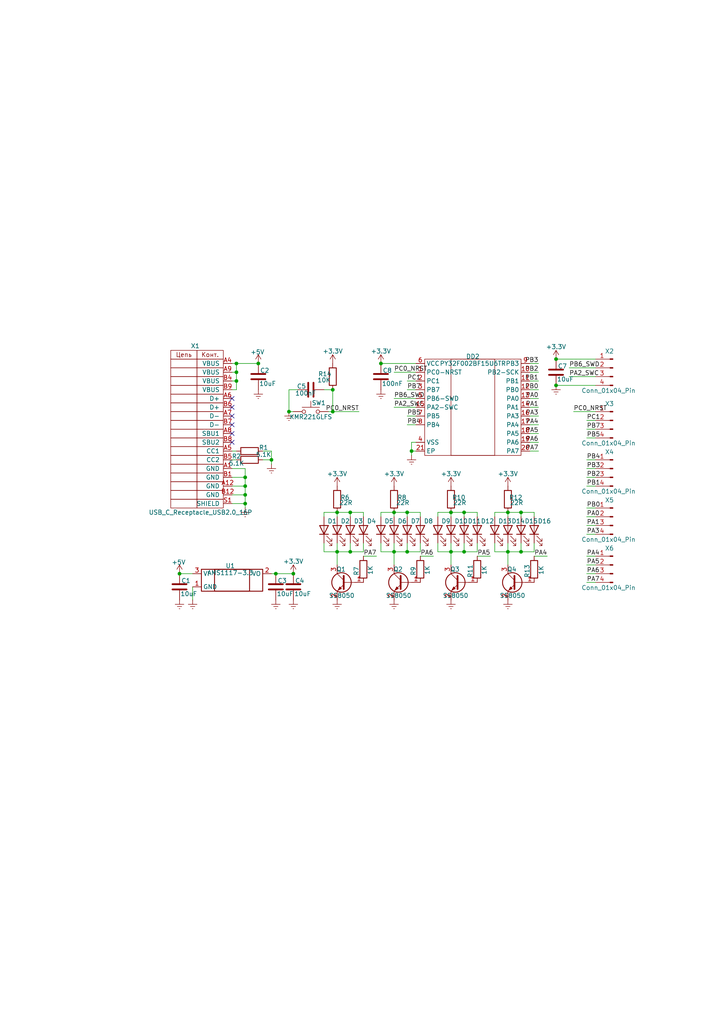
<source format=kicad_sch>
(kicad_sch (version 20250114) (generator "eeschema") (generator_version "9.0")
  (paper "A4" portrait)
  (lib_symbols
    (symbol "Connector:Conn_01x04_Pin" (pin_names (offset 1.016) (hide yes))
      (property "Reference" "J" (at 0 5.08 0))
      (property "Value" "Conn_01x04_Pin" (at 0 -7.62 0))
      (symbol "Conn_01x04_Pin_1_1"
        (rectangle (start 0.8636 2.667) (end 0 2.413) (stroke (width 0.1524)) (fill (type outline)))
        (rectangle (start 0.8636 0.127) (end 0 -0.127) (stroke (width 0.1524)) (fill (type outline)))
        (rectangle (start 0.8636 -2.413) (end 0 -2.667) (stroke (width 0.1524)) (fill (type outline)))
        (rectangle (start 0.8636 -4.953) (end 0 -5.207) (stroke (width 0.1524)) (fill (type outline)))
        (polyline (pts (xy 1.27 2.54) (xy 0.8636 2.54)) (stroke (width 0.1524)))
        (polyline (pts (xy 1.27 0) (xy 0.8636 0)) (stroke (width 0.1524)))
        (polyline (pts (xy 1.27 -2.54) (xy 0.8636 -2.54)) (stroke (width 0.1524)))
        (polyline (pts (xy 1.27 -5.08) (xy 0.8636 -5.08)) (stroke (width 0.1524)))
        (pin passive line (at 5.08 2.54 180) (length 3.81) (name "Pin_1") (number "1"))
        (pin passive line (at 5.08 0 180) (length 3.81) (name "Pin_2") (number "2"))
        (pin passive line (at 5.08 -2.54 180) (length 3.81) (name "Pin_3") (number "3"))
        (pin passive line (at 5.08 -5.08 180) (length 3.81) (name "Pin_4") (number "4"))
      )
    )
    (symbol "Device:C" (pin_numbers (hide yes)) (pin_names (offset 0.254))
      (property "Reference" "C" (at 0.635 2.54 0))
      (property "Value" "C" (at 0.635 -2.54 0))
      (symbol "C_0_1"
        (polyline (pts (xy -2.032 0.762) (xy 2.032 0.762)) (stroke (width 0.508)))
        (polyline (pts (xy -2.032 -0.762) (xy 2.032 -0.762)) (stroke (width 0.508)))
      )
      (symbol "C_1_1"
        (pin passive line (at 0 3.81 270) (length 2.794) (name "~") (number "1"))
        (pin passive line (at 0 -3.81 90) (length 2.794) (name "~") (number "2"))
      )
    )
    (symbol "Device:LED" (pin_numbers (hide yes)) (pin_names (offset 1.016) (hide yes))
      (property "Reference" "D" (at 0 2.54 0))
      (property "Value" "LED" (at 0 -2.54 0))
      (symbol "LED_0_1"
        (polyline (pts (xy -3.048 -0.762) (xy -4.572 -2.286) (xy -3.81 -2.286) (xy -4.572 -2.286) (xy -4.572 -1.524)))
        (polyline (pts (xy -1.778 -0.762) (xy -3.302 -2.286) (xy -2.54 -2.286) (xy -3.302 -2.286) (xy -3.302 -1.524)))
        (polyline (pts (xy -1.27 0) (xy 1.27 0)))
        (polyline (pts (xy -1.27 -1.27) (xy -1.27 1.27)) (stroke (width 0.254)))
        (polyline (pts (xy 1.27 -1.27) (xy 1.27 1.27) (xy -1.27 0) (xy 1.27 -1.27)) (stroke (width 0.254)))
      )
      (symbol "LED_1_1"
        (pin passive line (at -3.81 0 0) (length 2.54) (name "K") (number "1"))
        (pin passive line (at 3.81 0 180) (length 2.54) (name "A") (number "2"))
      )
    )
    (symbol "Device:R" (pin_numbers (hide yes)) (pin_names (offset 0))
      (property "Reference" "R" (at 2.032 0 90))
      (property "Value" "R" (at 0 0 90))
      (symbol "R_0_1"
        (rectangle (start -1.016 -2.54) (end 1.016 2.54) (stroke (width 0.254)))
      )
      (symbol "R_1_1"
        (pin passive line (at 0 3.81 270) (length 1.27) (name "~") (number "1"))
        (pin passive line (at 0 -3.81 90) (length 1.27) (name "~") (number "2"))
      )
    )
    (symbol "PY32F002BF15U6TR:PY32F002BF15U6TR"
      (property "Reference" "DD" (at -0.508 13.97 0))
      (property "Value" "PY32F002BF15U6TR" (at 1.016 11.176 0))
      (symbol "PY32F002BF15U6TR_1_0"
        (rectangle (start -12.7 12.7) (end 15.24 -15.24))
        (rectangle (start -5.08 12.7) (end 7.62 -15.24))
        (pin unspecified line (at -15.24 11.43 0) (length 2.54) (name "VCC") (number "6"))
        (pin unspecified line (at -15.24 8.89 0) (length 2.54) (name "PC0-NRST") (number "1"))
        (pin unspecified line (at -15.24 6.35 0) (length 2.54) (name "PC1") (number "2"))
        (pin unspecified line (at -15.24 3.81 0) (length 2.54) (name "PB7") (number "3"))
        (pin unspecified line (at -15.24 1.27 0) (length 2.54) (name "PB6-SWD") (number "5"))
        (pin unspecified line (at -15.24 -1.27 0) (length 2.54) (name "PA2-SWC") (number "15"))
        (pin unspecified line (at -15.24 -3.81 0) (length 2.54) (name "PB5") (number "7"))
        (pin unspecified line (at -15.24 -6.35 0) (length 2.54) (name "PB4") (number "8"))
        (pin unspecified line (at -15.24 -11.43 0) (length 2.54) (name "VSS") (number "4"))
        (pin unspecified line (at -15.24 -13.97 0) (length 2.54) (name "EP") (number "21"))
        (pin unspecified line (at 17.78 11.43 180) (length 2.54) (name "PB3") (number "9"))
        (pin unspecified line (at 17.78 8.89 180) (length 2.54) (name "PB2-SCK") (number "10"))
        (pin unspecified line (at 17.78 6.35 180) (length 2.54) (name "PB1") (number "11"))
        (pin unspecified line (at 17.78 3.81 180) (length 2.54) (name "PB0") (number "12"))
        (pin unspecified line (at 17.78 1.27 180) (length 2.54) (name "PA0") (number "13"))
        (pin unspecified line (at 17.78 -1.27 180) (length 2.54) (name "PA1") (number "14"))
        (pin unspecified line (at 17.78 -3.81 180) (length 2.54) (name "PA3") (number "16"))
        (pin unspecified line (at 17.78 -6.35 180) (length 2.54) (name "PA4") (number "17"))
        (pin unspecified line (at 17.78 -8.89 180) (length 2.54) (name "PA5") (number "18"))
        (pin unspecified line (at 17.78 -11.43 180) (length 2.54) (name "PA6") (number "19"))
        (pin unspecified line (at 17.78 -13.97 180) (length 2.54) (name "PA7") (number "20"))
      )
    )
    (symbol "Regulator_Linear:AMS1117-3.3"
      (property "Reference" "U2" (at 0.762 3.556 0))
      (property "Value" "AMS1117-3.3" (at 0.762 1.524 0))
      (symbol "AMS1117-3.3_0_1"
        (rectangle (start -7.62 2.54) (end 10.16 -3.81) (stroke (width 0.254)))
        (rectangle (start -3.81 2.54) (end 6.35 -3.81) (stroke (width 0.254)))
      )
      (symbol "AMS1117-3.3_1_1"
        (pin power_in line (at -10.16 1.27 0) (length 2.54) (name "VI") (number "3"))
        (pin power_in line (at -10.16 -2.54 0) (length 2.54) (name "GND") (number "1"))
        (pin power_out line (at 12.7 1.27 180) (length 2.54) (name "VO") (number "2"))
      )
    )
    (symbol "Switch:SW_Push" (pin_numbers (hide yes)) (pin_names (offset 1.016) (hide yes))
      (property "Reference" "SW" (at 1.27 2.54 0))
      (property "Value" "SW_Push" (at 0 -1.524 0))
      (symbol "SW_Push_0_1"
        (circle (center -2.032 0) (radius 0.508))
        (polyline (pts (xy 0 1.27) (xy 0 3.048)))
        (circle (center 2.032 0) (radius 0.508))
        (polyline (pts (xy 2.54 1.27) (xy -2.54 1.27)))
        (pin passive line (at -5.08 0 0) (length 2.54) (name "1") (number "1"))
        (pin passive line (at 5.08 0 180) (length 2.54) (name "2") (number "2"))
      )
    )
    (symbol "Transistor_BJT:SS8050" (pin_names (offset 0) (hide yes))
      (property "Reference" "Q" (at 5.08 1.905 0))
      (property "Value" "SS8050" (at 5.08 0 0))
      (symbol "SS8050_0_1"
        (polyline (pts (xy -2.54 0) (xy 0.635 0)))
        (polyline (pts (xy 0.635 1.905) (xy 0.635 -1.905)) (stroke (width 0.508)))
        (circle (center 1.27 0) (radius 2.8194) (stroke (width 0.254)))
      )
      (symbol "SS8050_1_1"
        (polyline (pts (xy 0.635 0.635) (xy 2.54 2.54)))
        (polyline (pts (xy 0.635 -0.635) (xy 2.54 -2.54)))
        (polyline (pts (xy 1.27 -1.778) (xy 1.778 -1.27) (xy 2.286 -2.286) (xy 1.27 -1.778)) (fill (type outline)))
        (pin input line (at -5.08 0 0) (length 2.54) (name "B") (number "1"))
        (pin passive line (at 2.54 5.08 270) (length 2.54) (name "C") (number "3"))
        (pin passive line (at 2.54 -5.08 90) (length 2.54) (name "E") (number "2"))
      )
    )
    (symbol "USB_C_Receptacle_USB2.0_16P_1" (pin_names (offset 1.016))
      (property "Reference" "X2" (at 2.032 20.32 0))
      (property "Value" "USB_C_Receptacle_USB2.0_16P" (at 3.556 -27.94 0))
      (symbol "USB_C_Receptacle_USB2.0_16P_1_0_1"
        (rectangle (start -5.08 19.05) (end 2.54 16.51))
        (rectangle (start -5.08 16.51) (end 2.54 13.97))
        (rectangle (start -5.08 13.97) (end 2.54 11.43))
        (rectangle (start -5.08 11.43) (end 2.54 8.89))
        (rectangle (start -5.08 8.89) (end 2.54 6.35))
        (rectangle (start -5.08 6.35) (end 2.54 3.81))
        (rectangle (start -5.08 3.81) (end 2.54 1.27))
        (rectangle (start -5.08 1.27) (end 2.54 -1.27))
        (rectangle (start -5.08 -1.27) (end 2.54 -3.81))
        (rectangle (start -5.08 -3.81) (end 2.54 -6.35))
        (rectangle (start -5.08 -6.35) (end 2.54 -8.89))
        (rectangle (start -5.08 -8.89) (end 2.54 -11.43))
        (rectangle (start -5.08 -11.43) (end 2.54 -13.97))
        (rectangle (start -5.08 -13.97) (end 2.54 -16.51))
        (rectangle (start -5.08 -16.51) (end 2.54 -19.05))
        (rectangle (start -5.08 -19.05) (end 2.54 -21.59))
        (rectangle (start -5.08 -21.59) (end 2.54 -24.13))
        (rectangle (start -5.08 -24.13) (end 2.54 -26.67))
        (rectangle (start 2.54 19.05) (end 10.16 16.51))
        (rectangle (start 2.54 16.51) (end 10.16 13.97))
        (rectangle (start 2.54 13.97) (end 10.16 11.43))
        (rectangle (start 2.54 11.43) (end 10.16 8.89))
        (rectangle (start 2.54 8.89) (end 10.16 6.35))
        (rectangle (start 2.54 6.35) (end 10.16 3.81))
        (rectangle (start 2.54 3.81) (end 10.16 1.27))
        (rectangle (start 2.54 1.27) (end 10.16 -1.27))
        (rectangle (start 2.54 -1.27) (end 10.16 -3.81))
        (rectangle (start 2.54 -3.81) (end 10.16 -6.35))
        (rectangle (start 2.54 -6.35) (end 10.16 -8.89))
        (rectangle (start 2.54 -8.89) (end 10.16 -11.43))
        (rectangle (start 2.54 -11.43) (end 10.16 -13.97))
        (rectangle (start 2.54 -13.97) (end 10.16 -16.51))
        (rectangle (start 2.54 -16.51) (end 10.16 -19.05))
        (rectangle (start 2.54 -19.05) (end 10.16 -21.59))
        (rectangle (start 2.54 -21.59) (end 10.16 -24.13))
        (rectangle (start 2.54 -24.13) (end 10.16 -26.67))
      )
      (symbol "USB_C_Receptacle_USB2.0_16P_1_1_1"
        (text "Цепь" (at -1.27 17.78 0) (effects (font (size 1.27 1.27))))
        (text "Конт." (at 6.35 17.78 0) (effects (font (size 1.27 1.27))))
        (pin passive line (at 12.7 15.24 180) (length 2.54) (name "VBUS") (number "A4"))
        (pin passive line (at 12.7 12.7 180) (length 2.54) (name "VBUS") (number "A9"))
        (pin passive line (at 12.7 10.16 180) (length 2.54) (name "VBUS") (number "B4"))
        (pin passive line (at 12.7 7.62 180) (length 2.54) (name "VBUS") (number "B9"))
        (pin bidirectional line (at 12.7 5.08 180) (length 2.54) (name "D+") (number "A6"))
        (pin bidirectional line (at 12.7 2.54 180) (length 2.54) (name "D+") (number "B6"))
        (pin bidirectional line (at 12.7 0 180) (length 2.54) (name "D-") (number "A7"))
        (pin bidirectional line (at 12.7 -2.54 180) (length 2.54) (name "D-") (number "B7"))
        (pin bidirectional line (at 12.7 -5.08 180) (length 2.54) (name "SBU1") (number "A8"))
        (pin bidirectional line (at 12.7 -7.62 180) (length 2.54) (name "SBU2") (number "B8"))
        (pin bidirectional line (at 12.7 -10.16 180) (length 2.54) (name "CC1") (number "A5"))
        (pin bidirectional line (at 12.7 -12.7 180) (length 2.54) (name "CC2") (number "B5"))
        (pin input line (at 12.7 -15.24 180) (length 2.54) (name "GND") (number "A1"))
        (pin input line (at 12.7 -17.78 180) (length 2.54) (name "GND") (number "B1"))
        (pin input line (at 12.7 -20.32 180) (length 2.54) (name "GND") (number "A12"))
        (pin input line (at 12.7 -22.86 180) (length 2.54) (name "GND") (number "B12"))
        (pin passive line (at 12.7 -25.4 180) (length 2.54) (name "SHIELD") (number "S1"))
      )
    )
    (symbol "power:+3.3V" (power) (pin_numbers (hide yes)) (pin_names (offset 0) (hide yes))
      (property "Value" "+3.3V" (at 0 3.556 0))
      (symbol "+3.3V_0_1"
        (polyline (pts (xy -0.762 1.27) (xy 0 2.54)))
        (polyline (pts (xy 0 2.54) (xy 0.762 1.27)))
        (polyline (pts (xy 0 0) (xy 0 2.54)))
      )
      (symbol "+3.3V_1_1"
        (pin power_in line (at 0 0 90) (length 0) (name "~") (number "1"))
      )
    )
    (symbol "power:Earth" (power) (pin_numbers (hide yes)) (pin_names (offset 0) (hide yes))
      (property "Value" "Earth" (at 0 -3.81 0))
      (symbol "Earth_0_1"
        (polyline (pts (xy -0.635 -1.905) (xy 0.635 -1.905)))
        (polyline (pts (xy -0.127 -2.54) (xy 0.127 -2.54)))
        (polyline (pts (xy 0 -1.27) (xy 0 0)))
        (polyline (pts (xy 1.27 -1.27) (xy -1.27 -1.27)))
      )
      (symbol "Earth_1_1"
        (pin power_in line (at 0 0 270) (length 0) (name "~") (number "1"))
      )
    )
  )
  (junction (at 52.07 166.37))
  (junction (at 97.79 148.59))
  (junction (at 80.01 166.37))
  (junction (at 147.32 148.59))
  (junction (at 161.29 104.14))
  (junction (at 96.52 119.38))
  (junction (at 114.3 160.02))
  (junction (at 130.81 160.02))
  (junction (at 118.11 160.02))
  (junction (at 151.13 160.02))
  (junction (at 101.6 160.02))
  (junction (at 68.58 110.49))
  (junction (at 71.12 146.05))
  (junction (at 71.12 143.51))
  (junction (at 130.81 148.59))
  (junction (at 83.82 119.38))
  (junction (at 68.58 105.41))
  (junction (at 119.38 130.81))
  (junction (at 71.12 138.43))
  (junction (at 110.49 105.41))
  (junction (at 134.62 160.02))
  (junction (at 134.62 148.59))
  (junction (at 96.52 113.03))
  (junction (at 151.13 148.59))
  (junction (at 161.29 111.76))
  (junction (at 71.12 140.97))
  (junction (at 85.09 166.37))
  (junction (at 74.93 105.41))
  (junction (at 68.58 107.95))
  (junction (at 101.6 148.59))
  (junction (at 97.79 160.02))
  (junction (at 78.74 133.35))
  (junction (at 118.11 148.59))
  (junction (at 147.32 160.02))
  (junction (at 114.3 148.59))
  (no_connect (at 67.31 118.11))
  (no_connect (at 67.31 128.27))
  (no_connect (at 67.31 125.73))
  (no_connect (at 67.31 115.57))
  (no_connect (at 67.31 123.19))
  (no_connect (at 67.31 120.65))
  (wire (pts (xy 147.32 148.59) (xy 147.32 149.86)))
  (wire (pts (xy 154.94 160.02) (xy 151.13 160.02)))
  (wire (pts (xy 154.94 161.29) (xy 158.75 161.29)))
  (wire (pts (xy 83.82 113.03) (xy 83.82 119.38)))
  (wire (pts (xy 96.52 113.03) (xy 96.52 119.38)))
  (wire (pts (xy 71.12 138.43) (xy 71.12 140.97)))
  (wire (pts (xy 67.31 138.43) (xy 71.12 138.43)))
  (wire (pts (xy 104.14 119.38) (xy 96.52 119.38)))
  (wire (pts (xy 105.41 160.02) (xy 101.6 160.02)))
  (wire (pts (xy 165.1 109.22) (xy 172.72 109.22)))
  (wire (pts (xy 156.21 128.27) (xy 153.67 128.27)))
  (wire (pts (xy 156.21 113.03) (xy 153.67 113.03)))
  (wire (pts (xy 71.12 140.97) (xy 71.12 143.51)))
  (wire (pts (xy 138.43 148.59) (xy 134.62 148.59)))
  (wire (pts (xy 114.3 148.59) (xy 118.11 148.59)))
  (wire (pts (xy 78.74 130.81) (xy 76.2 130.81)))
  (wire (pts (xy 67.31 140.97) (xy 71.12 140.97)))
  (wire (pts (xy 71.12 135.89) (xy 71.12 138.43)))
  (wire (pts (xy 97.79 148.59) (xy 97.79 149.86)))
  (wire (pts (xy 110.49 149.86) (xy 110.49 148.59)))
  (wire (pts (xy 93.98 113.03) (xy 96.52 113.03)))
  (wire (pts (xy 67.31 105.41) (xy 68.58 105.41)))
  (wire (pts (xy 67.31 135.89) (xy 71.12 135.89)))
  (wire (pts (xy 101.6 149.86) (xy 101.6 148.59)))
  (wire (pts (xy 114.3 115.57) (xy 120.65 115.57)))
  (wire (pts (xy 170.18 140.97) (xy 172.72 140.97)))
  (wire (pts (xy 96.52 119.38) (xy 95.25 119.38)))
  (wire (pts (xy 156.21 125.73) (xy 153.67 125.73)))
  (wire (pts (xy 114.3 160.02) (xy 118.11 160.02)))
  (wire (pts (xy 147.32 160.02) (xy 147.32 163.83)))
  (wire (pts (xy 121.92 161.29) (xy 125.73 161.29)))
  (wire (pts (xy 97.79 160.02) (xy 97.79 163.83)))
  (wire (pts (xy 121.92 160.02) (xy 118.11 160.02)))
  (wire (pts (xy 119.38 130.81) (xy 120.65 130.81)))
  (wire (pts (xy 161.29 111.76) (xy 172.72 111.76)))
  (wire (pts (xy 130.81 157.48) (xy 130.81 160.02)))
  (wire (pts (xy 170.18 152.4) (xy 172.72 152.4)))
  (wire (pts (xy 156.21 105.41) (xy 153.67 105.41)))
  (wire (pts (xy 78.74 134.62) (xy 78.74 133.35)))
  (wire (pts (xy 154.94 148.59) (xy 151.13 148.59)))
  (wire (pts (xy 154.94 149.86) (xy 154.94 148.59)))
  (wire (pts (xy 170.18 166.37) (xy 172.72 166.37)))
  (wire (pts (xy 147.32 160.02) (xy 151.13 160.02)))
  (wire (pts (xy 68.58 107.95) (xy 68.58 105.41)))
  (wire (pts (xy 130.81 148.59) (xy 130.81 149.86)))
  (wire (pts (xy 68.58 105.41) (xy 74.93 105.41)))
  (wire (pts (xy 67.31 146.05) (xy 71.12 146.05)))
  (wire (pts (xy 166.37 119.38) (xy 172.72 119.38)))
  (wire (pts (xy 170.18 147.32) (xy 172.72 147.32)))
  (wire (pts (xy 114.3 148.59) (xy 114.3 149.86)))
  (wire (pts (xy 110.49 148.59) (xy 114.3 148.59)))
  (wire (pts (xy 127 148.59) (xy 130.81 148.59)))
  (wire (pts (xy 105.41 157.48) (xy 105.41 160.02)))
  (wire (pts (xy 55.88 170.18) (xy 55.88 173.99)))
  (wire (pts (xy 143.51 149.86) (xy 143.51 148.59)))
  (wire (pts (xy 138.43 157.48) (xy 138.43 160.02)))
  (wire (pts (xy 156.21 107.95) (xy 153.67 107.95)))
  (wire (pts (xy 118.11 123.19) (xy 120.65 123.19)))
  (wire (pts (xy 138.43 160.02) (xy 134.62 160.02)))
  (wire (pts (xy 80.01 166.37) (xy 78.74 166.37)))
  (wire (pts (xy 121.92 148.59) (xy 118.11 148.59)))
  (wire (pts (xy 93.98 157.48) (xy 93.98 160.02)))
  (wire (pts (xy 114.3 160.02) (xy 114.3 163.83)))
  (wire (pts (xy 138.43 149.86) (xy 138.43 148.59)))
  (wire (pts (xy 52.07 166.37) (xy 55.88 166.37)))
  (wire (pts (xy 170.18 135.89) (xy 172.72 135.89)))
  (wire (pts (xy 71.12 146.05) (xy 71.12 147.32)))
  (wire (pts (xy 114.3 118.11) (xy 120.65 118.11)))
  (wire (pts (xy 93.98 160.02) (xy 97.79 160.02)))
  (wire (pts (xy 119.38 132.08) (xy 119.38 130.81)))
  (wire (pts (xy 151.13 157.48) (xy 151.13 160.02)))
  (wire (pts (xy 114.3 157.48) (xy 114.3 160.02)))
  (wire (pts (xy 143.51 157.48) (xy 143.51 160.02)))
  (wire (pts (xy 80.01 166.37) (xy 85.09 166.37)))
  (wire (pts (xy 68.58 113.03) (xy 68.58 110.49)))
  (wire (pts (xy 170.18 138.43) (xy 172.72 138.43)))
  (wire (pts (xy 127 157.48) (xy 127 160.02)))
  (wire (pts (xy 118.11 110.49) (xy 120.65 110.49)))
  (wire (pts (xy 67.31 143.51) (xy 71.12 143.51)))
  (wire (pts (xy 170.18 161.29) (xy 172.72 161.29)))
  (wire (pts (xy 105.41 161.29) (xy 109.22 161.29)))
  (wire (pts (xy 105.41 148.59) (xy 101.6 148.59)))
  (wire (pts (xy 110.49 105.41) (xy 120.65 105.41)))
  (wire (pts (xy 147.32 157.48) (xy 147.32 160.02)))
  (wire (pts (xy 78.74 133.35) (xy 78.74 130.81)))
  (wire (pts (xy 86.36 113.03) (xy 83.82 113.03)))
  (wire (pts (xy 151.13 149.86) (xy 151.13 148.59)))
  (wire (pts (xy 156.21 118.11) (xy 153.67 118.11)))
  (wire (pts (xy 156.21 115.57) (xy 153.67 115.57)))
  (wire (pts (xy 97.79 157.48) (xy 97.79 160.02)))
  (wire (pts (xy 67.31 113.03) (xy 68.58 113.03)))
  (wire (pts (xy 165.1 106.68) (xy 172.72 106.68)))
  (wire (pts (xy 156.21 123.19) (xy 153.67 123.19)))
  (wire (pts (xy 121.92 149.86) (xy 121.92 148.59)))
  (wire (pts (xy 121.92 157.48) (xy 121.92 160.02)))
  (wire (pts (xy 68.58 133.35) (xy 67.31 133.35)))
  (wire (pts (xy 83.82 119.38) (xy 85.09 119.38)))
  (wire (pts (xy 130.81 148.59) (xy 134.62 148.59)))
  (wire (pts (xy 119.38 128.27) (xy 120.65 128.27)))
  (wire (pts (xy 147.32 148.59) (xy 151.13 148.59)))
  (wire (pts (xy 143.51 148.59) (xy 147.32 148.59)))
  (wire (pts (xy 134.62 157.48) (xy 134.62 160.02)))
  (wire (pts (xy 170.18 133.35) (xy 172.72 133.35)))
  (wire (pts (xy 118.11 113.03) (xy 120.65 113.03)))
  (wire (pts (xy 154.94 157.48) (xy 154.94 160.02)))
  (wire (pts (xy 170.18 124.46) (xy 172.72 124.46)))
  (wire (pts (xy 93.98 149.86) (xy 93.98 148.59)))
  (wire (pts (xy 156.21 110.49) (xy 153.67 110.49)))
  (wire (pts (xy 170.18 154.94) (xy 172.72 154.94)))
  (wire (pts (xy 93.98 148.59) (xy 97.79 148.59)))
  (wire (pts (xy 105.41 149.86) (xy 105.41 148.59)))
  (wire (pts (xy 127 149.86) (xy 127 148.59)))
  (wire (pts (xy 76.2 133.35) (xy 78.74 133.35)))
  (wire (pts (xy 114.3 107.95) (xy 120.65 107.95)))
  (wire (pts (xy 68.58 130.81) (xy 67.31 130.81)))
  (wire (pts (xy 97.79 160.02) (xy 101.6 160.02)))
  (wire (pts (xy 118.11 149.86) (xy 118.11 148.59)))
  (wire (pts (xy 67.31 110.49) (xy 68.58 110.49)))
  (wire (pts (xy 110.49 160.02) (xy 114.3 160.02)))
  (wire (pts (xy 97.79 148.59) (xy 101.6 148.59)))
  (wire (pts (xy 170.18 168.91) (xy 172.72 168.91)))
  (wire (pts (xy 71.12 143.51) (xy 71.12 146.05)))
  (wire (pts (xy 118.11 157.48) (xy 118.11 160.02)))
  (wire (pts (xy 134.62 149.86) (xy 134.62 148.59)))
  (wire (pts (xy 119.38 130.81) (xy 119.38 128.27)))
  (wire (pts (xy 118.11 120.65) (xy 120.65 120.65)))
  (wire (pts (xy 156.21 130.81) (xy 153.67 130.81)))
  (wire (pts (xy 161.29 104.14) (xy 172.72 104.14)))
  (wire (pts (xy 156.21 120.65) (xy 153.67 120.65)))
  (wire (pts (xy 67.31 107.95) (xy 68.58 107.95)))
  (wire (pts (xy 68.58 110.49) (xy 68.58 107.95)))
  (wire (pts (xy 127 160.02) (xy 130.81 160.02)))
  (wire (pts (xy 138.43 161.29) (xy 142.24 161.29)))
  (wire (pts (xy 170.18 149.86) (xy 172.72 149.86)))
  (wire (pts (xy 170.18 163.83) (xy 172.72 163.83)))
  (wire (pts (xy 101.6 157.48) (xy 101.6 160.02)))
  (wire (pts (xy 110.49 157.48) (xy 110.49 160.02)))
  (wire (pts (xy 130.81 160.02) (xy 130.81 163.83)))
  (wire (pts (xy 130.81 160.02) (xy 134.62 160.02)))
  (wire (pts (xy 170.18 127) (xy 172.72 127)))
  (wire (pts (xy 170.18 121.92) (xy 172.72 121.92)))
  (wire (pts (xy 143.51 160.02) (xy 147.32 160.02)))
  (label "PB0" (at 156.21 113.03 180))
  (label "PB3" (at 156.21 105.41 180))
  (label "PA3" (at 156.21 120.65 180))
  (label "PB2" (at 170.18 138.43 0))
  (label "PA5" (at 156.21 125.73 180))
  (label "PA4" (at 156.21 123.19 180))
  (label "PC0_NRST" (at 166.37 119.38 0))
  (label "PA7" (at 109.22 161.29 180))
  (label "PB5" (at 170.18 127 0))
  (label "PA4" (at 170.18 161.29 0))
  (label "PA5" (at 170.18 163.83 0))
  (label "PB4" (at 170.18 133.35 0))
  (label "PA0" (at 170.18 149.86 0))
  (label "PA7" (at 170.18 168.91 0))
  (label "PA2_SWC" (at 114.3 118.11 0))
  (label "PB0" (at 170.18 147.32 0))
  (label "PB4" (at 118.11 123.19 0))
  (label "PС1" (at 170.18 121.92 0))
  (label "PB2" (at 156.21 107.95 180))
  (label "PB3" (at 170.18 135.89 0))
  (label "PA3" (at 170.18 154.94 0))
  (label "PA6" (at 156.21 128.27 180))
  (label "PA0" (at 156.21 115.57 180))
  (label "PA1" (at 170.18 152.4 0))
  (label "PA6" (at 170.18 166.37 0))
  (label "PC0_NRST" (at 114.3 107.95 0))
  (label "PA2_SWC" (at 165.1 109.22 0))
  (label "PA5" (at 142.24 161.29 180))
  (label "PA1" (at 156.21 118.11 180))
  (label "PС1" (at 118.11 110.49 0))
  (label "PC0_NRST" (at 104.14 119.38 180))
  (label "PB1" (at 156.21 110.49 180))
  (label "PB7" (at 118.11 113.03 0))
  (label "PA6" (at 125.73 161.29 180))
  (label "PB1" (at 170.18 140.97 0))
  (label "PA7" (at 156.21 130.81 180))
  (label "PA4" (at 158.75 161.29 180))
  (label "PB6_SWD" (at 114.3 115.57 0))
  (label "PB5" (at 118.11 120.65 0))
  (label "PB7" (at 170.18 124.46 0))
  (label "PB6_SWD" (at 165.1 106.68 0))
  (symbol (lib_id "power:+3.3V") (at 85.09 166.37 0) (unit 1)
    (property "Reference" "#PWR010" (effects (hide yes)))
    (property "Value" "+3.3V" (at 85.09 162.814 0))
    (property "Description" "Power symbol creates a global label with name \"+3.3V\"" (effects (hide yes)))
  )
  (symbol (lib_id "Device:C") (at 80.01 170.18 0) (unit 1)
    (property "Reference" "C3" (at 80.518 168.402 0) (effects (justify left)))
    (property "Value" "10uF" (at 80.264 172.212 0) (effects (justify left)))
    (property "Footprint" "Capacitor_SMD:C_0402_1005Metric" (effects (hide yes)))
    (property "Description" "Unpolarized capacitor" (effects (hide yes)))
  )
  (symbol (lib_id "Device:R") (at 114.3 144.78 0) (unit 1)
    (property "Reference" "R8" (at 116.586 144.272 0))
    (property "Value" "22R" (at 116.84 145.796 0))
    (property "Footprint" "PCM_Resistor_SMD_AKL:R_0603_1608Metric" (effects (hide yes)))
    (property "Description" "Resistor" (effects (hide yes)))
  )
  (symbol (lib_id "Switch:SW_Push") (at 90.17 119.38 0) (unit 1)
    (property "Reference" "SW1" (at 92.456 116.84 0))
    (property "Value" "KMR221GLFS" (at 90.17 120.904 0))
    (property "Footprint" "Button_Switch_SMD:SW_SPST_PTS810" (effects (hide yes)))
    (property "Description" "Push button switch, generic, two pins" (effects (hide yes)))
  )
  (symbol (lib_id "Device:LED") (at 118.11 153.67 90) (unit 1)
    (property "Reference" "D7" (at 119.126 151.13 90) (effects (justify right)))
    (property "Value" "LED 0402" (effects (hide yes)))
    (property "Footprint" "LED_SMD:LED_0402_1005Metric" (effects (hide yes)))
    (property "Description" "Light emitting diode" (effects (hide yes)))
    (property "Sim.Pins" "1=K 2=A" (effects (hide yes)))
  )
  (symbol (lib_id "Device:LED") (at 105.41 153.67 90) (unit 1)
    (property "Reference" "D4" (at 106.426 151.13 90) (effects (justify right)))
    (property "Value" "LED 0402" (effects (hide yes)))
    (property "Footprint" "LED_SMD:LED_0402_1005Metric" (effects (hide yes)))
    (property "Description" "Light emitting diode" (effects (hide yes)))
    (property "Sim.Pins" "1=K 2=A" (effects (hide yes)))
  )
  (symbol (lib_id "power:+3.3V") (at 52.07 166.37 0) (unit 1)
    (property "Reference" "#PWR01" (effects (hide yes)))
    (property "Value" "+5V" (at 51.816 163.068 0))
    (property "Description" "Power symbol creates a global label with name \"+3.3V\"" (effects (hide yes)))
  )
  (symbol (lib_id "power:+3.3V") (at 147.32 140.97 0) (unit 1)
    (property "Reference" "#PWR021" (effects (hide yes)))
    (property "Value" "+3.3V" (at 147.32 137.414 0))
    (property "Description" "Power symbol creates a global label with name \"+3.3V\"" (effects (hide yes)))
  )
  (symbol (lib_id "Connector:Conn_01x04_Pin") (at 177.8 121.92 0) (mirror y) (unit 1)
    (property "Reference" "X3" (at 176.784 117.094 0))
    (property "Value" "Conn_01x04_Pin" (at 176.53 128.524 0))
    (property "Footprint" "Connector_PinHeader_2.54mm:PinHeader_1x04_P2.54mm_Vertical" (effects (hide yes)))
    (property "Description" "Generic connector, single row, 01x04, script generated" (effects (hide yes)))
  )
  (symbol (lib_id "power:+3.3V") (at 161.29 104.14 0) (unit 1)
    (property "Reference" "#PWR014" (effects (hide yes)))
    (property "Value" "+3.3V" (at 161.29 100.584 0))
    (property "Description" "Power symbol creates a global label with name \"+3.3V\"" (effects (hide yes)))
  )
  (symbol (lib_id "power:+3.3V") (at 97.79 140.97 0) (unit 1)
    (property "Reference" "#PWR012" (effects (hide yes)))
    (property "Value" "+3.3V" (at 97.79 137.414 0))
    (property "Description" "Power symbol creates a global label with name \"+3.3V\"" (effects (hide yes)))
  )
  (symbol (lib_id "Connector:Conn_01x04_Pin") (at 177.8 163.83 0) (mirror y) (unit 1)
    (property "Reference" "X6" (at 176.784 159.004 0))
    (property "Value" "Conn_01x04_Pin" (at 176.53 170.434 0))
    (property "Footprint" "Connector_PinHeader_2.54mm:PinHeader_1x04_P2.54mm_Vertical" (effects (hide yes)))
    (property "Description" "Generic connector, single row, 01x04, script generated" (effects (hide yes)))
  )
  (symbol (lib_id "Device:R") (at 97.79 144.78 0) (unit 1)
    (property "Reference" "R6" (at 100.076 144.272 0))
    (property "Value" "22R" (at 100.33 145.796 0))
    (property "Footprint" "PCM_Resistor_SMD_AKL:R_0603_1608Metric" (effects (hide yes)))
    (property "Description" "Resistor" (effects (hide yes)))
  )
  (symbol (lib_id "Transistor_BJT:SS8050") (at 100.33 168.91 0) (mirror y) (unit 1)
    (property "Reference" "Q1" (at 100.33 165.1 0) (effects (justify left)))
    (property "Value" "SS8050" (at 102.87 172.72 0) (effects (justify left)))
    (property "Footprint" "Package_TO_SOT_SMD:SOT-23" (effects (hide yes)))
    (property "Datasheet" "http://www.secosgmbh.com/datasheet/products/SSMPTransistor/SOT-23/SS8050.pdf" (effects (hide yes)))
    (property "Description" "General Purpose NPN Transistor, 1.5A Ic, 25V Vce, SOT-23" (effects (hide yes)))
  )
  (symbol (lib_id "power:Earth") (at 130.81 173.99 0) (unit 1)
    (property "Reference" "#PWR020" (effects (hide yes)))
    (property "Value" "Earth" (effects (hide yes)))
    (property "Description" "Power symbol creates a global label with name \"Earth\"" (effects (hide yes)))
  )
  (symbol (lib_id "Device:C") (at 110.49 109.22 0) (unit 1)
    (property "Reference" "C8" (at 110.998 107.442 0) (effects (justify left)))
    (property "Value" "100nF" (at 110.744 111.252 0) (effects (justify left)))
    (property "Footprint" "Capacitor_SMD:C_0402_1005Metric" (effects (hide yes)))
    (property "Description" "Unpolarized capacitor" (effects (hide yes)))
  )
  (symbol (lib_id "power:Earth") (at 147.32 173.99 0) (unit 1)
    (property "Reference" "#PWR022" (effects (hide yes)))
    (property "Value" "Earth" (effects (hide yes)))
    (property "Description" "Power symbol creates a global label with name \"Earth\"" (effects (hide yes)))
  )
  (symbol (lib_id "Device:C") (at 52.07 170.18 0) (unit 1)
    (property "Reference" "C1" (at 52.578 168.402 0) (effects (justify left)))
    (property "Value" "10uF" (at 52.324 172.212 0) (effects (justify left)))
    (property "Footprint" "Capacitor_SMD:C_0402_1005Metric" (effects (hide yes)))
    (property "Description" "Unpolarized capacitor" (effects (hide yes)))
  )
  (symbol (lib_id "Device:LED") (at 147.32 153.67 90) (unit 1)
    (property "Reference" "D14" (at 148.336 151.13 90) (effects (justify right)))
    (property "Value" "LED 0402" (effects (hide yes)))
    (property "Footprint" "LED_SMD:LED_0402_1005Metric" (effects (hide yes)))
    (property "Description" "Light emitting diode" (effects (hide yes)))
    (property "Sim.Pins" "1=K 2=A" (effects (hide yes)))
  )
  (symbol (lib_id "power:Earth") (at 52.07 173.99 0) (unit 1)
    (property "Reference" "#PWR02" (effects (hide yes)))
    (property "Value" "Earth" (effects (hide yes)))
    (property "Description" "Power symbol creates a global label with name \"Earth\"" (effects (hide yes)))
  )
  (symbol (lib_id "power:+3.3V") (at 114.3 140.97 0) (unit 1)
    (property "Reference" "#PWR016" (effects (hide yes)))
    (property "Value" "+3.3V" (at 114.3 137.414 0))
    (property "Description" "Power symbol creates a global label with name \"+3.3V\"" (effects (hide yes)))
  )
  (symbol (lib_id "power:Earth") (at 97.79 173.99 0) (unit 1)
    (property "Reference" "#PWR013" (effects (hide yes)))
    (property "Value" "Earth" (effects (hide yes)))
    (property "Description" "Power symbol creates a global label with name \"Earth\"" (effects (hide yes)))
  )
  (symbol (lib_id "Device:LED") (at 110.49 153.67 90) (unit 1)
    (property "Reference" "D5" (at 111.506 151.13 90) (effects (justify right)))
    (property "Value" "LED 0402" (effects (hide yes)))
    (property "Footprint" "LED_SMD:LED_0402_1005Metric" (effects (hide yes)))
    (property "Description" "Light emitting diode" (effects (hide yes)))
    (property "Sim.Pins" "1=K 2=A" (effects (hide yes)))
  )
  (symbol (lib_id "power:Earth") (at 161.29 111.76 0) (unit 1)
    (property "Reference" "#PWR024" (effects (hide yes)))
    (property "Value" "Earth" (effects (hide yes)))
    (property "Description" "Power symbol creates a global label with name \"Earth\"" (effects (hide yes)))
  )
  (symbol (lib_id "Device:LED") (at 130.81 153.67 90) (unit 1)
    (property "Reference" "D10" (at 131.826 151.13 90) (effects (justify right)))
    (property "Value" "LED 0402" (effects (hide yes)))
    (property "Footprint" "LED_SMD:LED_0402_1005Metric" (effects (hide yes)))
    (property "Description" "Light emitting diode" (effects (hide yes)))
    (property "Sim.Pins" "1=K 2=A" (effects (hide yes)))
  )
  (symbol (lib_id "power:Earth") (at 55.88 173.99 0) (unit 1)
    (property "Reference" "#PWR03" (effects (hide yes)))
    (property "Value" "Earth" (effects (hide yes)))
    (property "Description" "Power symbol creates a global label with name \"Earth\"" (effects (hide yes)))
  )
  (symbol (lib_id "Transistor_BJT:SS8050") (at 116.84 168.91 0) (mirror y) (unit 1)
    (property "Reference" "Q2" (at 116.84 165.1 0) (effects (justify left)))
    (property "Value" "SS8050" (at 119.38 172.72 0) (effects (justify left)))
    (property "Footprint" "Package_TO_SOT_SMD:SOT-23" (effects (hide yes)))
    (property "Datasheet" "http://www.secosgmbh.com/datasheet/products/SSMPTransistor/SOT-23/SS8050.pdf" (effects (hide yes)))
    (property "Description" "General Purpose NPN Transistor, 1.5A Ic, 25V Vce, SOT-23" (effects (hide yes)))
  )
  (symbol (lib_id "Device:C") (at 74.93 109.22 0) (unit 1)
    (property "Reference" "C2" (at 75.438 107.442 0) (effects (justify left)))
    (property "Value" "10uF" (at 75.184 111.252 0) (effects (justify left)))
    (property "Footprint" "Capacitor_SMD:C_0402_1005Metric" (effects (hide yes)))
    (property "Description" "Unpolarized capacitor" (effects (hide yes)))
  )
  (symbol (lib_id "Device:C") (at 85.09 170.18 0) (unit 1)
    (property "Reference" "C4" (at 85.598 168.402 0) (effects (justify left)))
    (property "Value" "10uF" (at 85.344 172.212 0) (effects (justify left)))
    (property "Footprint" "Capacitor_SMD:C_0402_1005Metric" (effects (hide yes)))
    (property "Description" "Unpolarized capacitor" (effects (hide yes)))
  )
  (symbol (lib_id "Connector:Conn_01x04_Pin") (at 177.8 135.89 0) (mirror y) (unit 1)
    (property "Reference" "X4" (at 176.784 131.064 0))
    (property "Value" "Conn_01x04_Pin" (at 176.53 142.494 0))
    (property "Footprint" "Connector_PinHeader_2.54mm:PinHeader_1x04_P2.54mm_Vertical" (effects (hide yes)))
    (property "Description" "Generic connector, single row, 01x04, script generated" (effects (hide yes)))
  )
  (symbol (lib_id "Device:C") (at 161.29 107.95 0) (unit 1)
    (property "Reference" "C7" (at 161.798 106.172 0) (effects (justify left)))
    (property "Value" "10uF" (at 161.544 109.982 0) (effects (justify left)))
    (property "Footprint" "Capacitor_SMD:C_0402_1005Metric" (effects (hide yes)))
    (property "Description" "Unpolarized capacitor" (effects (hide yes)))
  )
  (symbol (lib_id "power:Earth") (at 74.93 113.03 0) (unit 1)
    (property "Reference" "#PWR06" (effects (hide yes)))
    (property "Value" "Earth" (effects (hide yes)))
    (property "Description" "Power symbol creates a global label with name \"Earth\"" (effects (hide yes)))
  )
  (symbol (lib_id "Device:LED") (at 127 153.67 90) (unit 1)
    (property "Reference" "D9" (at 128.016 151.13 90) (effects (justify right)))
    (property "Value" "LED 0402" (effects (hide yes)))
    (property "Footprint" "LED_SMD:LED_0402_1005Metric" (effects (hide yes)))
    (property "Description" "Light emitting diode" (effects (hide yes)))
    (property "Sim.Pins" "1=K 2=A" (effects (hide yes)))
  )
  (symbol (lib_id "Device:LED") (at 121.92 153.67 90) (unit 1)
    (property "Reference" "D8" (at 122.936 151.13 90) (effects (justify right)))
    (property "Value" "LED 0402" (effects (hide yes)))
    (property "Footprint" "LED_SMD:LED_0402_1005Metric" (effects (hide yes)))
    (property "Description" "Light emitting diode" (effects (hide yes)))
    (property "Sim.Pins" "1=K 2=A" (effects (hide yes)))
  )
  (symbol (lib_id "Device:R") (at 121.92 165.1 180) (unit 1)
    (property "Reference" "R9" (at 119.888 165.608 90))
    (property "Value" "1K" (at 123.952 165.354 90))
    (property "Footprint" "PCM_Resistor_SMD_AKL:R_0402_1005Metric" (effects (hide yes)))
    (property "Description" "Resistor" (effects (hide yes)))
  )
  (symbol (lib_id "PY32F002BF15U6TR:PY32F002BF15U6TR") (at 135.89 116.84 0) (unit 1)
    (property "Reference" "DD2" (at 137.16 103.378 0))
    (property "Value" "PY32F002BF15U6TR" (at 137.16 105.41 0))
    (property "Footprint" "PY32F002BF15U6TR:PY32F002BF15U6TR" (effects (hide yes)))
    (property "Datasheet" "https://item.szlcsc.com/datasheet/PY32F002BF15U6TR/8516577.html" (effects (hide yes)))
    (property "Manufacturer Part" "PY32F002BF15U6TR" (effects (hide yes)))
    (property "Manufacturer" "PUYA(普冉)" (effects (hide yes)))
    (property "Supplier Part" "C7469099" (effects (hide yes)))
    (property "Supplier" "LCSC" (effects (hide yes)))
    (property "LCSC Part Name" "32位ARMCortex-M0+微控制器" (effects (hide yes)))
  )
  (symbol (lib_id "power:Earth") (at 119.38 132.08 0) (unit 1)
    (property "Reference" "#PWR029" (effects (hide yes)))
    (property "Value" "Earth" (effects (hide yes)))
    (property "Description" "Power symbol creates a global label with name \"Earth\"" (effects (hide yes)))
  )
  (symbol (lib_id "Transistor_BJT:SS8050") (at 133.35 168.91 0) (mirror y) (unit 1)
    (property "Reference" "Q3" (at 133.35 165.1 0) (effects (justify left)))
    (property "Value" "SS8050" (at 135.89 172.72 0) (effects (justify left)))
    (property "Footprint" "Package_TO_SOT_SMD:SOT-23" (effects (hide yes)))
    (property "Datasheet" "http://www.secosgmbh.com/datasheet/products/SSMPTransistor/SOT-23/SS8050.pdf" (effects (hide yes)))
    (property "Description" "General Purpose NPN Transistor, 1.5A Ic, 25V Vce, SOT-23" (effects (hide yes)))
  )
  (symbol (lib_id "power:Earth") (at 83.82 119.38 0) (mirror y) (unit 1)
    (property "Reference" "#PWR09" (effects (hide yes)))
    (property "Value" "Earth" (effects (hide yes)))
    (property "Description" "Power symbol creates a global label with name \"Earth\"" (effects (hide yes)))
  )
  (symbol (lib_id "Device:LED") (at 134.62 153.67 90) (unit 1)
    (property "Reference" "D11" (at 135.636 151.13 90) (effects (justify right)))
    (property "Value" "LED 0402" (effects (hide yes)))
    (property "Footprint" "LED_SMD:LED_0402_1005Metric" (effects (hide yes)))
    (property "Description" "Light emitting diode" (effects (hide yes)))
    (property "Sim.Pins" "1=K 2=A" (effects (hide yes)))
  )
  (symbol (lib_id "Device:R") (at 96.52 109.22 0) (unit 1)
    (property "Reference" "R14" (at 94.234 108.458 0))
    (property "Value" "10K" (at 93.98 110.236 0))
    (property "Footprint" "PCM_Resistor_SMD_AKL:R_0402_1005Metric" (effects (hide yes)))
    (property "Description" "Resistor" (effects (hide yes)))
  )
  (symbol (lib_id "Device:R") (at 130.81 144.78 0) (unit 1)
    (property "Reference" "R10" (at 133.096 144.272 0))
    (property "Value" "22R" (at 133.35 145.796 0))
    (property "Footprint" "PCM_Resistor_SMD_AKL:R_0603_1608Metric" (effects (hide yes)))
    (property "Description" "Resistor" (effects (hide yes)))
  )
  (symbol (lib_id "power:+3.3V") (at 110.49 105.41 0) (unit 1)
    (property "Reference" "#PWR031" (effects (hide yes)))
    (property "Value" "+3.3V" (at 110.49 101.854 0))
    (property "Description" "Power symbol creates a global label with name \"+3.3V\"" (effects (hide yes)))
  )
  (symbol (lib_name "USB_C_Receptacle_USB2.0_16P_1") (lib_id "Connector:USB_C_Receptacle_USB2.0_16P") (at 54.61 120.65 0) (unit 1)
    (property "Reference" "X1" (at 56.642 100.33 0))
    (property "Value" "USB_C_Receptacle_USB2.0_16P" (at 58.166 148.59 0))
    (property "Footprint" "Connector_USB:USB_C_Receptacle_GCT_USB4105-xx-A_16P_TopMnt_Horizontal" (effects (hide yes)))
    (property "Datasheet" "https://www.usb.org/sites/default/files/documents/usb_type-c.zip" (effects (hide yes)))
    (property "Description" "USB 2.0-only 16P Type-C Receptacle connector" (effects (hide yes)))
  )
  (symbol (lib_id "Device:LED") (at 101.6 153.67 90) (unit 1)
    (property "Reference" "D3" (at 102.616 151.13 90) (effects (justify right)))
    (property "Value" "LED 0402" (effects (hide yes)))
    (property "Footprint" "LED_SMD:LED_0402_1005Metric" (effects (hide yes)))
    (property "Description" "Light emitting diode" (effects (hide yes)))
    (property "Sim.Pins" "1=K 2=A" (effects (hide yes)))
  )
  (symbol (lib_id "Connector:Conn_01x04_Pin") (at 177.8 106.68 0) (mirror y) (unit 1)
    (property "Reference" "X2" (at 176.784 101.854 0))
    (property "Value" "Conn_01x04_Pin" (at 176.53 113.284 0))
    (property "Footprint" "Connector_PinHeader_2.54mm:PinHeader_1x04_P2.54mm_Vertical" (effects (hide yes)))
    (property "Description" "Generic connector, single row, 01x04, script generated" (effects (hide yes)))
  )
  (symbol (lib_id "power:Earth") (at 114.3 173.99 0) (unit 1)
    (property "Reference" "#PWR017" (effects (hide yes)))
    (property "Value" "Earth" (effects (hide yes)))
    (property "Description" "Power symbol creates a global label with name \"Earth\"" (effects (hide yes)))
  )
  (symbol (lib_id "Device:R") (at 72.39 130.81 270) (unit 1)
    (property "Reference" "R1" (at 76.454 129.794 90))
    (property "Value" "5.1K" (at 76.454 131.826 90))
    (property "Footprint" "PCM_Resistor_SMD_AKL:R_0402_1005Metric" (effects (hide yes)))
    (property "Description" "Resistor" (effects (hide yes)))
  )
  (symbol (lib_id "Device:LED") (at 114.3 153.67 90) (unit 1)
    (property "Reference" "D6" (at 115.316 151.13 90) (effects (justify right)))
    (property "Value" "LED 0402" (effects (hide yes)))
    (property "Footprint" "LED_SMD:LED_0402_1005Metric" (effects (hide yes)))
    (property "Description" "Light emitting diode" (effects (hide yes)))
    (property "Sim.Pins" "1=K 2=A" (effects (hide yes)))
  )
  (symbol (lib_id "power:Earth") (at 110.49 113.03 0) (unit 1)
    (property "Reference" "#PWR032" (effects (hide yes)))
    (property "Value" "Earth" (effects (hide yes)))
    (property "Description" "Power symbol creates a global label with name \"Earth\"" (effects (hide yes)))
  )
  (symbol (lib_id "power:+3.3V") (at 96.52 105.41 0) (unit 1)
    (property "Reference" "#PWR030" (effects (hide yes)))
    (property "Value" "+3.3V" (at 96.52 101.854 0))
    (property "Description" "Power symbol creates a global label with name \"+3.3V\"" (effects (hide yes)))
  )
  (symbol (lib_id "Device:R") (at 147.32 144.78 0) (unit 1)
    (property "Reference" "R12" (at 149.606 144.272 0))
    (property "Value" "22R" (at 149.86 145.796 0))
    (property "Footprint" "PCM_Resistor_SMD_AKL:R_0603_1608Metric" (effects (hide yes)))
    (property "Description" "Resistor" (effects (hide yes)))
  )
  (symbol (lib_id "Device:LED") (at 154.94 153.67 90) (unit 1)
    (property "Reference" "D16" (at 155.956 151.13 90) (effects (justify right)))
    (property "Value" "LED 0402" (effects (hide yes)))
    (property "Footprint" "LED_SMD:LED_0402_1005Metric" (effects (hide yes)))
    (property "Description" "Light emitting diode" (effects (hide yes)))
    (property "Sim.Pins" "1=K 2=A" (effects (hide yes)))
  )
  (symbol (lib_id "Device:LED") (at 151.13 153.67 90) (unit 1)
    (property "Reference" "D15" (at 152.146 151.13 90) (effects (justify right)))
    (property "Value" "LED 0402" (effects (hide yes)))
    (property "Footprint" "LED_SMD:LED_0402_1005Metric" (effects (hide yes)))
    (property "Description" "Light emitting diode" (effects (hide yes)))
    (property "Sim.Pins" "1=K 2=A" (effects (hide yes)))
  )
  (symbol (lib_id "Transistor_BJT:SS8050") (at 149.86 168.91 0) (mirror y) (unit 1)
    (property "Reference" "Q4" (at 149.86 165.1 0) (effects (justify left)))
    (property "Value" "SS8050" (at 152.4 172.72 0) (effects (justify left)))
    (property "Footprint" "Package_TO_SOT_SMD:SOT-23" (effects (hide yes)))
    (property "Datasheet" "http://www.secosgmbh.com/datasheet/products/SSMPTransistor/SOT-23/SS8050.pdf" (effects (hide yes)))
    (property "Description" "General Purpose NPN Transistor, 1.5A Ic, 25V Vce, SOT-23" (effects (hide yes)))
  )
  (symbol (lib_id "power:Earth") (at 85.09 173.99 0) (unit 1)
    (property "Reference" "#PWR011" (effects (hide yes)))
    (property "Value" "Earth" (effects (hide yes)))
    (property "Description" "Power symbol creates a global label with name \"Earth\"" (effects (hide yes)))
  )
  (symbol (lib_id "Connector:Conn_01x04_Pin") (at 177.8 149.86 0) (mirror y) (unit 1)
    (property "Reference" "X5" (at 176.784 145.034 0))
    (property "Value" "Conn_01x04_Pin" (at 176.53 156.464 0))
    (property "Footprint" "Connector_PinHeader_2.54mm:PinHeader_1x04_P2.54mm_Vertical" (effects (hide yes)))
    (property "Description" "Generic connector, single row, 01x04, script generated" (effects (hide yes)))
  )
  (symbol (lib_id "power:Earth") (at 78.74 134.62 0) (unit 1)
    (property "Reference" "#PWR07" (effects (hide yes)))
    (property "Value" "Earth" (effects (hide yes)))
    (property "Description" "Power symbol creates a global label with name \"Earth\"" (effects (hide yes)))
  )
  (symbol (lib_id "power:Earth") (at 80.01 173.99 0) (unit 1)
    (property "Reference" "#PWR08" (effects (hide yes)))
    (property "Value" "Earth" (effects (hide yes)))
    (property "Description" "Power symbol creates a global label with name \"Earth\"" (effects (hide yes)))
  )
  (symbol (lib_id "Device:R") (at 72.39 133.35 90) (mirror x) (unit 1)
    (property "Reference" "R2" (at 68.58 132.334 90))
    (property "Value" "5.1K" (at 68.58 134.366 90))
    (property "Footprint" "PCM_Resistor_SMD_AKL:R_0402_1005Metric" (effects (hide yes)))
    (property "Description" "Resistor" (effects (hide yes)))
  )
  (symbol (lib_id "Device:LED") (at 97.79 153.67 90) (unit 1)
    (property "Reference" "D2" (at 98.806 151.13 90) (effects (justify right)))
    (property "Value" "LED 0402" (effects (hide yes)))
    (property "Footprint" "LED_SMD:LED_0402_1005Metric" (effects (hide yes)))
    (property "Description" "Light emitting diode" (effects (hide yes)))
    (property "Sim.Pins" "1=K 2=A" (effects (hide yes)))
  )
  (symbol (lib_id "power:+3.3V") (at 74.93 105.41 0) (unit 1)
    (property "Reference" "#PWR05" (effects (hide yes)))
    (property "Value" "+5V" (at 74.676 102.108 0))
    (property "Description" "Power symbol creates a global label with name \"+3.3V\"" (effects (hide yes)))
  )
  (symbol (lib_id "Device:R") (at 105.41 165.1 180) (unit 1)
    (property "Reference" "R7" (at 103.378 165.608 90))
    (property "Value" "1K" (at 107.442 165.354 90))
    (property "Footprint" "PCM_Resistor_SMD_AKL:R_0402_1005Metric" (effects (hide yes)))
    (property "Description" "Resistor" (effects (hide yes)))
  )
  (symbol (lib_id "Device:LED") (at 143.51 153.67 90) (unit 1)
    (property "Reference" "D13" (at 144.526 151.13 90) (effects (justify right)))
    (property "Value" "LED 0402" (effects (hide yes)))
    (property "Footprint" "LED_SMD:LED_0402_1005Metric" (effects (hide yes)))
    (property "Description" "Light emitting diode" (effects (hide yes)))
    (property "Sim.Pins" "1=K 2=A" (effects (hide yes)))
  )
  (symbol (lib_id "Device:R") (at 138.43 165.1 180) (unit 1)
    (property "Reference" "R11" (at 136.398 165.608 90))
    (property "Value" "1K" (at 140.462 165.354 90))
    (property "Footprint" "PCM_Resistor_SMD_AKL:R_0402_1005Metric" (effects (hide yes)))
    (property "Description" "Resistor" (effects (hide yes)))
  )
  (symbol (lib_id "Device:R") (at 154.94 165.1 180) (unit 1)
    (property "Reference" "R13" (at 152.908 165.608 90))
    (property "Value" "1K" (at 156.972 165.354 90))
    (property "Footprint" "PCM_Resistor_SMD_AKL:R_0402_1005Metric" (effects (hide yes)))
    (property "Description" "Resistor" (effects (hide yes)))
  )
  (symbol (lib_id "Device:LED") (at 138.43 153.67 90) (unit 1)
    (property "Reference" "D12" (at 139.446 151.13 90) (effects (justify right)))
    (property "Value" "LED 0402" (effects (hide yes)))
    (property "Footprint" "LED_SMD:LED_0402_1005Metric" (effects (hide yes)))
    (property "Description" "Light emitting diode" (effects (hide yes)))
    (property "Sim.Pins" "1=K 2=A" (effects (hide yes)))
  )
  (symbol (lib_id "Device:C") (at 90.17 113.03 270) (unit 1)
    (property "Reference" "C5" (at 86.106 112.014 90) (effects (justify left)))
    (property "Value" "100nF" (at 85.598 114.046 90) (effects (justify left)))
    (property "Footprint" "Capacitor_SMD:C_0402_1005Metric" (effects (hide yes)))
    (property "Description" "Unpolarized capacitor" (effects (hide yes)))
  )
  (symbol (lib_id "power:Earth") (at 71.12 147.32 0) (unit 1)
    (property "Reference" "#PWR04" (effects (hide yes)))
    (property "Value" "Earth" (effects (hide yes)))
    (property "Description" "Power symbol creates a global label with name \"Earth\"" (effects (hide yes)))
  )
  (symbol (lib_id "power:+3.3V") (at 130.81 140.97 0) (unit 1)
    (property "Reference" "#PWR019" (effects (hide yes)))
    (property "Value" "+3.3V" (at 130.81 137.414 0))
    (property "Description" "Power symbol creates a global label with name \"+3.3V\"" (effects (hide yes)))
  )
  (symbol (lib_id "Device:LED") (at 93.98 153.67 90) (unit 1)
    (property "Reference" "D1" (at 94.996 151.13 90) (effects (justify right)))
    (property "Value" "LED 0402" (effects (hide yes)))
    (property "Footprint" "LED_SMD:LED_0402_1005Metric" (effects (hide yes)))
    (property "Description" "Light emitting diode" (effects (hide yes)))
    (property "Sim.Pins" "1=K 2=A" (effects (hide yes)))
  )
  (symbol (lib_id "Regulator_Linear:AMS1117-3.3") (at 66.04 167.64 0) (unit 1)
    (property "Reference" "U1" (at 66.802 164.084 0))
    (property "Value" "AMS1117-3.3" (at 66.802 166.116 0))
    (property "Footprint" "Package_TO_SOT_SMD:SOT-89-3" (effects (hide yes)))
    (property "Datasheet" "http://www.advanced-monolithic.com/pdf/ds1117.pdf" (effects (hide yes)))
    (property "Description" "1A Low Dropout regulator, positive, 3.3V fixed output, SOT-223" (effects (hide yes)))
  )
)
</source>
